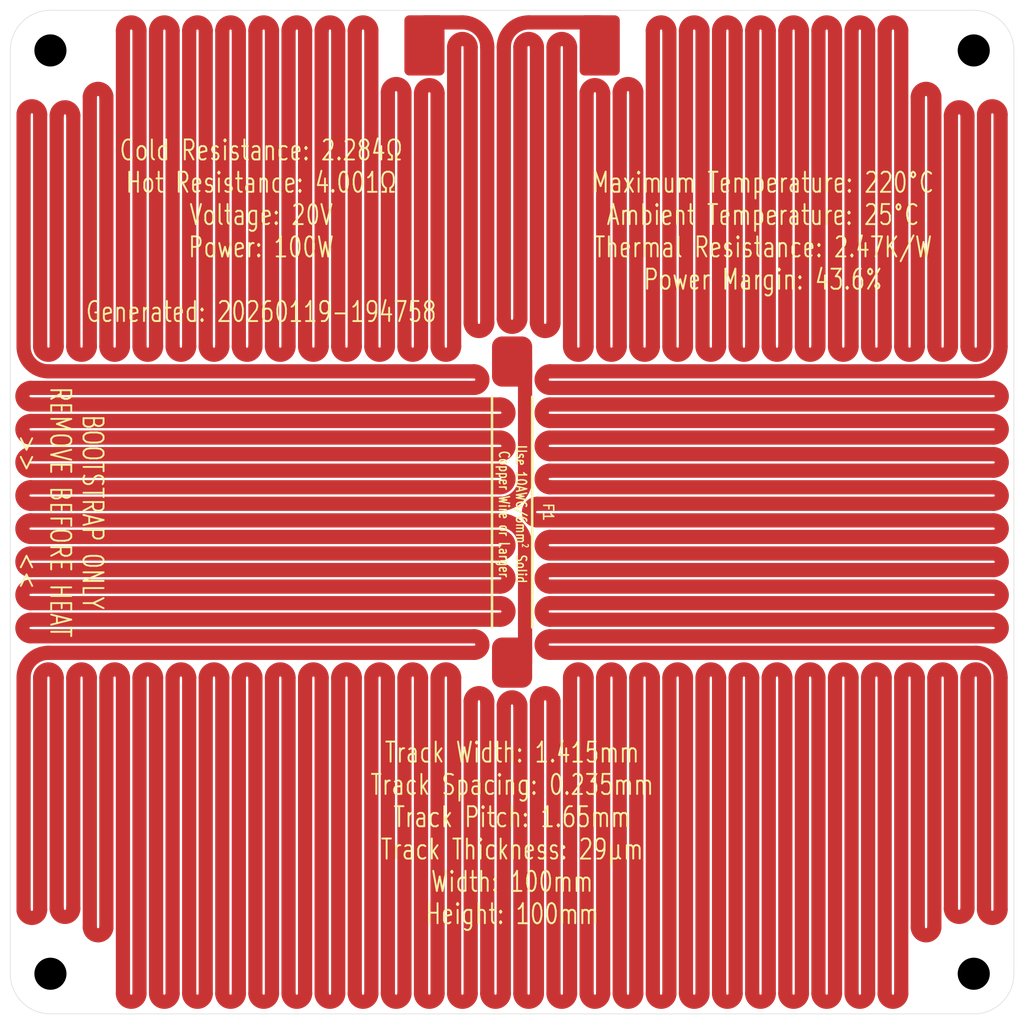
<source format=kicad_pcb>
(kicad_pcb (version 20241229) (generator "pcbnew") (generator_version "9.0")
  (layers (0 "F.Cu" signal) (2 "B.Cu" signal) (13 "F.Paste" user) (15 "B.Paste" user) (5 "F.SilkS" user "F.Silkscreen") (7 "B.SilkS" user "B.Silkscreen") (1 "F.Mask" user) (3 "B.Mask" user) (25 "Edge.Cuts" user))
  (net 0 "")
  (net 1 "Net-(J2-Pin_1)")
  (net 2 "Net-(J1-Pin_1)")
  (footprint "blg:MountingHole_3.2mm_M3_NoPad_TopLarge" (layer "F.Cu") (at 151 59)
    (property "Reference" "REF**" (hide yes))
    (property "Value" "MountingHole_3.2mm_M3_NoPad_TopLarge" (hide yes))
    (pad "" np_thru_hole circle (at 0 0) (size 7.6 7.6) (drill 3.2) (layers))
  )
  (footprint "blg:SMD_PowerConnection_4x6mm" (layer "F.Cu") (at 113.732499 58.5 -90)
    (property "Reference" "J2" (hide yes))
    (property "Value" "Hotplate_Power_Connection" (hide yes))
    (pad "1" smd roundrect (at 0 0 270) (size 6 4) (layers "F.Cu" "F.Mask" "F.Paste") (roundrect_rratio 0.125) (net 1 "Net-(J2-Pin_1)"))
  )
  (footprint "blg:MountingHole_3.2mm_M3_NoPad_TopLarge" (layer "F.Cu") (at 59 151)
    (property "Reference" "REF**" (hide yes))
    (property "Value" "MountingHole_3.2mm_M3_NoPad_TopLarge" (hide yes))
    (pad "" np_thru_hole circle (at 0 0) (size 7.6 7.6) (drill 3.2) (layers))
  )
  (footprint "blg:MountingHole_3.2mm_M3_NoPad_TopLarge" (layer "F.Cu") (at 151 151)
    (property "Reference" "REF**" (hide yes))
    (property "Value" "MountingHole_3.2mm_M3_NoPad_TopLarge" (hide yes))
    (pad "" np_thru_hole circle (at 0 0) (size 7.6 7.6) (drill 3.2) (layers))
  )
  (footprint "blg:SMD_PowerConnection_4x6mm" (layer "F.Cu") (at 96.2675 58.5 -90)
    (property "Reference" "J1" (hide yes))
    (property "Value" "Hotplate_Power_Connection" (hide yes))
    (pad "1" smd roundrect (at 0 0 270) (size 6 4) (layers "F.Cu" "F.Mask" "F.Paste") (roundrect_rratio 0.125) (net 2 "Net-(J1-Pin_1)"))
  )
  (footprint "blg:Thermal Fuse, SN100C, Front, 35mm" (layer "F.Cu") (at 105 105 -90)
    (property "Reference" "F1" (at 0 -3.6 270) (layer "F.SilkS"))
    (property "Value" "~")
    (fp_line (start -11.5 2) (end 11.5 2) (stroke (width 0.25)) (layer "F.SilkS"))
    (fp_line (start -11.5 -2) (end 11.5 -2) (stroke (width 0.25)) (layer "F.SilkS"))
    (fp_text user "Use 10AWG/6mm  Solid" (at 0.2 -0.9 270) (layer "F.SilkS") (effects (font (size 1 0.75))))
    (fp_text user "2" (at 3.35 -1.3 270) (layer "F.SilkS") (effects (font (size 0.6 0.4) (thickness 0.1))))
    (fp_text user "Copper Wire or Larger" (at 0.2 0.8 270) (layer "F.SilkS") (effects (font (size 1 0.75))))
    (pad "1" smd roundrect (at -15 0 270) (size 5 4) (layers "F.Cu" "F.Mask") (net 2 "Net-(J1-Pin_1)"))
    (pad "2" smd roundrect (at 15 0 270) (size 5 4) (layers "F.Cu" "F.Mask") (net 1 "Net-(J2-Pin_1)"))
  )
  (footprint "blg:MountingHole_3.2mm_M3_NoPad_TopLarge" (layer "F.Cu") (at 59 59)
    (property "Reference" "REF**" (hide yes))
    (property "Value" "MountingHole_3.2mm_M3_NoPad_TopLarge" (hide yes))
    (pad "" np_thru_hole circle (at 0 0) (size 7.6 7.6) (drill 3.2) (layers))
  )
  (gr_arc (start 55 59) (mid 56.171573 56.171573) (end 59 55) (stroke (width 0.05)) (layer "Edge.Cuts"))
  (gr_line (start 155 59) (end 155 151) (stroke (width 0.05)) (layer "Edge.Cuts"))
  (gr_arc (start 59 155) (mid 56.171573 153.828427) (end 55 151) (stroke (width 0.05)) (layer "Edge.Cuts"))
  (gr_line (start 59 155) (end 151 155) (stroke (width 0.05)) (layer "Edge.Cuts"))
  (gr_line (start 55 59) (end 55 151) (stroke (width 0.05)) (layer "Edge.Cuts"))
  (gr_arc (start 155 151) (mid 153.828427 153.828427) (end 151 155) (stroke (width 0.05)) (layer "Edge.Cuts"))
  (gr_arc (start 151 55) (mid 153.828427 56.171573) (end 155 59) (stroke (width 0.05)) (layer "Edge.Cuts"))
  (gr_line (start 59 55) (end 151 55) (stroke (width 0.05)) (layer "Edge.Cuts"))
  (gr_text "Track Width: 1.415mm\nTrack Spacing: 0.235mm\nTrack Pitch: 1.65mm\nTrack Thickness: 29µm\nWidth: 100mm\nHeight: 100mm" (at 105 137 0) (layer "F.SilkS") (effects (font (size 2 1.5) (thickness 0.1875))))
  (gr_text "BOOTSTRAP ONLY\nREMOVE BEFORE HEAT\n>>       <<" (at 55.6 105 270) (layer "F.SilkS") (effects (font (size 2 1.5) (thickness 0.1875)) (justify bottom)))
  (gr_text "Maximum Temperature: 220°C\nAmbient Temperature: 25°C\nThermal Resistance: 2.47K/W\nPower Margin: 43.6%" (at 130 77 0) (layer "F.SilkS") (effects (font (size 2 1.5) (thickness 0.1875))))
  (gr_text "Cold Resistance: 2.284Ω\nHot Resistance: 4.001Ω\nVoltage: 20V\nPower: 100W\n\nGenerated: 20260119-194758" (at 80 77 0) (layer "F.SilkS") (effects (font (size 2 1.5) (thickness 0.1875))))
  (segment (start 123.975 121.5) (end 123.975 152.9675) (width 1.415) (layer "F.Cu") (net 1))
  (segment (start 74.475 121.5) (end 74.475 152.9675) (width 1.415) (layer "F.Cu") (net 1))
  (segment (start 148.725 144.510007) (end 148.725 121.5) (width 1.415) (layer "F.Cu") (net 1))
  (segment (start 77.774999 121.5) (end 77.774999 152.9675) (width 1.415) (layer "F.Cu") (net 1))
  (segment (start 130.574999 121.5) (end 130.574999 152.9675) (width 1.415) (layer "F.Cu") (net 1))
  (segment (start 99.225 152.9675) (end 99.225 121.5) (width 1.415) (layer "F.Cu") (net 1))
  (segment (start 143.774999 121.5) (end 143.774999 152.9675) (width 1.415) (layer "F.Cu") (net 1))
  (segment (start 82.725 152.9675) (end 82.725 121.5) (width 1.415) (layer "F.Cu") (net 1))
  (segment (start 140.475 121.5) (end 140.475 152.9675) (width 1.415) (layer "F.Cu") (net 1))
  (segment (start 119.024999 152.9675) (end 119.024999 121.5) (width 1.415) (layer "F.Cu") (net 1))
  (segment (start 94.274999 121.5) (end 94.274999 152.9675) (width 1.415) (layer "F.Cu") (net 1))
  (segment (start 112.425 152.9675) (end 112.425 121.5) (width 1.415) (layer "F.Cu") (net 1))
  (segment (start 108.767499 115.725) (end 152.9675 115.725) (width 1.415) (layer "F.Cu") (net 1))
  (segment (start 57.0325 105.824999) (end 103.8175 105.824999) (width 1.415) (layer "F.Cu") (net 1))
  (segment (start 57.0325 109.125) (end 103.8175 109.125) (width 1.415) (layer "F.Cu") (net 1))
  (segment (start 122.324999 88.5) (end 122.324999 57.0325) (width 1.415) (layer "F.Cu") (net 1))
  (segment (start 110.774999 58.6825) (end 110.774999 88.5) (width 1.415) (layer "F.Cu") (net 1))
  (segment (start 140.475 57.0325) (end 140.475 88.5) (width 1.415) (layer "F.Cu") (net 1))
  (segment (start 127.275 57.0325) (end 127.275 88.5) (width 1.415) (layer "F.Cu") (net 1))
  (segment (start 135.525 88.5) (end 135.525 57.0325) (width 1.415) (layer "F.Cu") (net 1))
  (segment (start 103.8175 114.075) (end 57.0325 114.075) (width 1.415) (layer "F.Cu") (net 1))
  (segment (start 97.574999 121.5) (end 97.574999 152.9675) (width 1.415) (layer "F.Cu") (net 1))
  (segment (start 152.9675 104.174999) (end 107.507011 104.174999) (width 1.415) (layer "F.Cu") (net 1))
  (segment (start 102.524999 152.9675) (end 102.524999 123.866269) (width 1.415) (layer "F.Cu") (net 1))
  (segment (start 92.625 152.9675) (end 92.625 121.5) (width 1.415) (layer "F.Cu") (net 1))
  (segment (start 100.874999 123.866269) (end 100.874999 152.9675) (width 1.415) (layer "F.Cu") (net 1))
  (segment (start 132.225 152.9675) (end 132.225 121.5) (width 1.415) (layer "F.Cu") (net 1))
  (segment (start 108.767499 119.024999) (end 151.2 119.024999) (width 1.415) (layer "F.Cu") (net 1))
  (segment (start 110.774999 121.5) (end 110.774999 152.9675) (width 1.415) (layer "F.Cu") (net 1))
  (segment (start 109.125 152.9675) (end 109.125 123.866269) (width 1.415) (layer "F.Cu") (net 1))
  (segment (start 143.774999 57.0325) (end 143.774999 88.5) (width 1.415) (layer "F.Cu") (net 1))
  (segment (start 107.475 58.6825) (end 107.475 86.133731) (width 1.415) (layer "F.Cu") (net 1))
  (segment (start 152.9675 110.774999) (end 108.767499 110.774999) (width 1.415) (layer "F.Cu") (net 1))
  (segment (start 152.9675 94.274999) (end 108.767499 94.274999) (width 1.415) (layer "F.Cu") (net 1))
  (segment (start 150.374999 121.5) (end 150.374999 144.510007) (width 1.415) (layer "F.Cu") (net 1))
  (segment (start 147.075 63.65403) (end 147.075 88.5) (width 1.415) (layer "F.Cu") (net 1))
  (segment (start 117.375 121.5) (end 117.375 152.9675) (width 1.415) (layer "F.Cu") (net 1))
  (segment (start 56.325 144.612512) (end 56.325 121.5) (width 1.415) (layer "F.Cu") (net 1))
  (segment (start 115.725 88.5) (end 115.725 63.173551) (width 1.415) (layer "F.Cu") (net 1))
  (segment (start 145.425 146.345969) (end 145.425 121.5) (width 1.415) (layer "F.Cu") (net 1))
  (segment (start 79.425 152.9675) (end 79.425 121.5) (width 1.415) (layer "F.Cu") (net 1))
  (segment (start 108.767499 95.925) (end 152.9675 95.925) (width 1.415) (layer "F.Cu") (net 1))
  (segment (start 125.624999 152.9675) (end 125.624999 121.5) (width 1.415) (layer "F.Cu") (net 1))
  (segment (start 114.075 121.5) (end 114.075 152.9675) (width 1.415) (layer "F.Cu") (net 1))
  (segment (start 108.767499 99.225) (end 152.9675 99.225) (width 1.415) (layer "F.Cu") (net 1))
  (segment (start 57.0325 112.425) (end 103.8175 112.425) (width 1.415) (layer "F.Cu") (net 1))
  (segment (start 66.224999 152.9675) (end 66.224999 121.5) (width 1.415) (layer "F.Cu") (net 1))
  (segment (start 108.767499 112.425) (end 152.9675 112.425) (width 1.415) (layer "F.Cu") (net 1))
  (segment (start 64.574999 121.5) (end 64.574999 146.345969) (width 1.415) (layer "F.Cu") (net 1))
  (segment (start 86.024999 152.9675) (end 86.024999 121.5) (width 1.415) (layer "F.Cu") (net 1))
  (segment (start 152.9675 117.375) (end 108.767499 117.375) (width 1.415) (layer "F.Cu") (net 1))
  (segment (start 101.217499 117.375) (end 57.0325 117.375) (width 1.415) (layer "F.Cu") (net 1))
  (segment (start 95.925 152.9675) (end 95.925 121.5) (width 1.415) (layer "F.Cu") (net 1))
  (segment (start 148.725 88.5) (end 148.725 65.489992) (width 1.415) (layer "F.Cu") (net 1))
  (segment (start 57.975 121.5) (end 57.975 144.612512) (width 1.415) (layer "F.Cu") (net 1))
  (segment (start 135.525 152.9675) (end 135.525 121.5) (width 1.415) (layer "F.Cu") (net 1))
  (segment (start 123.975 57.0325) (end 123.975 88.5) (width 1.415) (layer "F.Cu") (net 1))
  (segment (start 147.075 121.5) (end 147.075 146.345969) (width 1.415) (layer "F.Cu") (net 1))
  (segment (start 152.9675 107.475) (end 108.767499 107.475) (width 1.415) (layer "F.Cu") (net 1))
  (segment (start 58.8 119.024999) (end 101.217499 119.024999) (width 1.415) (layer "F.Cu") (net 1))
  (segment (start 151.2 90.975) (end 108.767499 90.975) (width 1.415) (layer "F.Cu") (net 1))
  (segment (start 152.025 88.5) (end 152.025 65.387487) (width 1.415) (layer "F.Cu") (net 1))
  (segment (start 72.825 152.9675) (end 72.825 121.5) (width 1.415) (layer "F.Cu") (net 1))
  (segment (start 132.225 88.5) (end 132.225 57.0325) (width 1.415) (layer "F.Cu") (net 1))
  (segment (start 137.174999 57.0325) (end 137.174999 88.5) (width 1.415) (layer "F.Cu") (net 1))
  (segment (start 106.2925 120) (end 106.2925 108.3) (width 1.415) (layer "F.Cu") (net 1))
  (segment (start 153.675 121.5) (end 153.675 144.612512) (width 1.415) (layer "F.Cu") (net 1))
  (segment (start 104.174999 58.6825) (end 104.174999 85.7175) (width 1.415) (layer "F.Cu") (net 1))
  (segment (start 89.325 152.9675) (end 89.325 121.5) (width 1.415) (layer "F.Cu") (net 1))
  (segment (start 109.125 86.133731) (end 109.125 58.6825) (width 1.415) (layer "F.Cu") (net 1))
  (segment (start 105.824999 152.9675) (end 105.824999 124.282499) (width 1.415) (layer "F.Cu") (net 1))
  (segment (start 145.425 88.5) (end 145.425 63.65403) (width 1.415) (layer "F.Cu") (net 1))
  (segment (start 81.074999 121.5) (end 81.074999 152.9675) (width 1.415) (layer "F.Cu") (net 1))
  (segment (start 103.8175 107.475) (end 57.0325 107.475) (width 1.415) (layer "F.Cu") (net 1))
  (segment (start 76.125 152.9675) (end 76.125 121.5) (width 1.415) (layer "F.Cu") (net 1))
  (segment (start 133.875 57.0325) (end 133.875 88.5) (width 1.415) (layer "F.Cu") (net 1))
  (segment (start 138.825 88.5) (end 138.825 57.0325) (width 1.415) (layer "F.Cu") (net 1))
  (segment (start 142.125 88.5) (end 142.125 57.0325) (width 1.415) (layer "F.Cu") (net 1))
  (segment (start 152.9675 97.574999) (end 108.767499 97.574999) (width 1.415) (layer "F.Cu") (net 1))
  (segment (start 67.874999 121.5) (end 67.874999 152.9675) (width 1.415) (layer "F.Cu") (net 1))
  (segment (start 57.0325 115.725) (end 103.8175 115.725) (width 1.415) (layer "F.Cu") (net 1))
  (segment (start 113.732499 56.2075) (end 106.649999 56.2075) (width 1.415) (layer "F.Cu") (net 1))
  (segment (start 137.174999 121.5) (end 137.174999 152.9675) (width 1.415) (layer "F.Cu") (net 1))
  (segment (start 138.825 152.9675) (end 138.825 121.5) (width 1.415) (layer "F.Cu") (net 1))
  (segment (start 69.525 152.9675) (end 69.525 121.5) (width 1.415) (layer "F.Cu") (net 1))
  (segment (start 130.574999 57.0325) (end 130.574999 88.5) (width 1.415) (layer "F.Cu") (net 1))
  (segment (start 152.9675 114.075) (end 108.767499 114.075) (width 1.415) (layer "F.Cu") (net 1))
  (segment (start 142.125 152.9675) (end 142.125 121.5) (width 1.415) (layer "F.Cu") (net 1))
  (segment (start 103.8175 110.774999) (end 57.0325 110.774999) (width 1.415) (layer "F.Cu") (net 1))
  (segment (start 150.374999 65.489992) (end 150.374999 88.5) (width 1.415) (layer "F.Cu") (net 1))
  (segment (start 133.875 121.5) (end 133.875 152.9675) (width 1.415) (layer "F.Cu") (net 1))
  (segment (start 120.675 57.0325) (end 120.675 88.5) (width 1.415) (layer "F.Cu") (net 1))
  (segment (start 59.625 144.510007) (end 59.625 121.5) (width 1.415) (layer "F.Cu") (net 1))
  (segment (start 115.725 152.9675) (end 115.725 121.5) (width 1.415) (layer "F.Cu") (net 1))
  (segment (start 128.924999 152.9675) (end 128.924999 121.5) (width 1.415) (layer "F.Cu") (net 1))
  (segment (start 71.175 121.5) (end 71.175 152.9675) (width 1.415) (layer "F.Cu") (net 1))
  (segment (start 152.025 144.612512) (end 152.025 121.5) (width 1.415) (layer "F.Cu") (net 1))
  (segment (start 61.275 121.5) (end 61.275 144.510007) (width 1.415) (layer "F.Cu") (net 1))
  (segment (start 90.975 121.5) (end 90.975 152.9675) (width 1.415) (layer "F.Cu") (net 1))
  (segment (start 107.507011 105.824999) (end 152.9675 105.824999) (width 1.415) (layer "F.Cu") (net 1))
  (segment (start 153.675 65.387487) (end 153.675 88.5) (width 1.415) (layer "F.Cu") (net 1))
  (segment (start 152.9675 100.874999) (end 108.767499 100.874999) (width 1.415) (layer "F.Cu") (net 1))
  (segment (start 119.024999 88.5) (end 119.024999 57.0325) (width 1.415) (layer "F.Cu") (net 1))
  (segment (start 120.675 121.5) (end 120.675 152.9675) (width 1.415) (layer "F.Cu") (net 1))
  (segment (start 108.767499 92.625) (end 152.9675 92.625) (width 1.415) (layer "F.Cu") (net 1))
  (segment (start 128.924999 88.5) (end 128.924999 57.0325) (width 1.415) (layer "F.Cu") (net 1))
  (segment (start 108.767499 102.524999) (end 152.9675 102.524999) (width 1.415) (layer "F.Cu") (net 1))
  (segment (start 62.925 146.345969) (end 62.925 121.5) (width 1.415) (layer "F.Cu") (net 1))
  (segment (start 87.675 121.5) (end 87.675 152.9675) (width 1.415) (layer "F.Cu") (net 1))
  (segment (start 104.174999 124.282499) (end 104.174999 152.9675) (width 1.415) (layer "F.Cu") (net 1))
  (segment (start 84.374999 121.5) (end 84.374999 152.9675) (width 1.415) (layer "F.Cu") (net 1))
  (segment (start 107.475 123.866269) (end 107.475 152.9675) (width 1.415) (layer "F.Cu") (net 1))
  (segment (start 114.075 63.2825) (end 114.075 88.5) (width 1.415) (layer "F.Cu") (net 1))
  (segment (start 122.324999 152.9675) (end 122.324999 121.5) (width 1.415) (layer "F.Cu") (net 1))
  (segment (start 112.425 88.5) (end 112.425 63.2825) (width 1.415) (layer "F.Cu") (net 1))
  (segment (start 125.624999 88.5) (end 125.624999 57.0325) (width 1.415) (layer "F.Cu") (net 1))
  (segment (start 105.824999 85.7175) (end 105.824999 58.6825) (width 1.415) (layer "F.Cu") (net 1))
  (segment (start 117.375 63.173551) (end 117.375 88.5) (width 1.415) (layer "F.Cu") (net 1))
  (segment (start 108.767499 109.125) (end 152.9675 109.125) (width 1.415) (layer "F.Cu") (net 1))
  (segment (start 127.275 121.5) (end 127.275 152.9675) (width 1.415) (layer "F.Cu") (net 1))
  (arc (start 135.525 121.5) (mid 134.7 120.675) (end 133.875 121.5) (width 1.415) (layer "F.Cu") (net 1))
  (arc (start 76.125 121.5) (mid 75.3 120.675) (end 74.475 121.5) (width 1.415) (layer "F.Cu") (net 1))
  (arc (start 115.725 63.173551) (mid 116.55 62.348552) (end 117.375 63.173551) (width 1.415) (layer "F.Cu") (net 1))
  (arc (start 74.475 152.9675) (mid 73.649999 153.7925) (end 72.825 152.9675) (width 1.415) (layer "F.Cu") (net 1))
  (arc (start 69.525 121.5) (mid 68.7 120.675) (end 67.874999 121.5) (width 1.415) (layer "F.Cu") (net 1))
  (arc (start 56.325 121.5) (mid 57.04991 119.74991) (end 58.8 119.024999) (width 1.415) (layer "F.Cu") (net 1))
  (arc (start 143.774999 152.9675) (mid 142.95 153.7925) (end 142.125 152.9675) (width 1.415) (layer "F.Cu") (net 1))
  (arc (start 108.767499 100.874999) (mid 107.9425 101.7) (end 108.767499 102.524999) (width 1.415) (layer "F.Cu") (net 1))
  (arc (start 140.475 88.5) (mid 141.299999 89.325) (end 142.125 88.5) (width 1.415) (layer "F.Cu") (net 1))
  (arc (start 152.9675 112.425) (mid 153.7925 113.249999) (end 152.9675 114.075) (width 1.415) (layer "F.Cu") (net 1))
  (arc (start 95.925 121.5) (mid 95.1 120.675) (end 94.274999 121.5) (width 1.415) (layer "F.Cu") (net 1))
  (arc (start 119.024999 57.0325) (mid 119.85 56.2075) (end 120.675 57.0325) (width 1.415) (layer "F.Cu") (net 1))
  (arc (start 119.024999 121.5) (mid 118.2 120.675) (end 117.375 121.5) (width 1.415) (layer "F.Cu") (net 1))
  (arc (start 122.324999 121.5) (mid 121.5 120.675) (end 120.675 121.5) (width 1.415) (layer "F.Cu") (net 1))
  (arc (start 102.524999 123.866269) (mid 101.7 123.041269) (end 100.874999 123.866269) (width 1.415) (layer "F.Cu") (net 1))
  (arc (start 142.125 57.0325) (mid 142.95 56.2075) (end 143.774999 57.0325) (width 1.415) (layer "F.Cu") (net 1))
  (arc (start 153.675 144.612512) (mid 152.85 145.437512) (end 152.025 144.612512) (width 1.415) (layer "F.Cu") (net 1))
  (arc (start 108.767499 107.475) (mid 107.9425 108.3) (end 108.767499 109.125) (width 1.415) (layer "F.Cu") (net 1))
  (arc (start 117.375 152.9675) (mid 116.55 153.7925) (end 115.725 152.9675) (width 1.415) (layer "F.Cu") (net 1))
  (arc (start 57.0325 114.075) (mid 56.2075 113.249999) (end 57.0325 112.425) (width 1.415) (layer "F.Cu") (net 1))
  (arc (start 152.9675 95.925) (mid 153.7925 96.749999) (end 152.9675 97.574999) (width 1.415) (layer "F.Cu") (net 1))
  (arc (start 152.025 121.5) (mid 151.2 120.675) (end 150.374999 121.5) (width 1.415) (layer "F.Cu") (net 1))
  (arc (start 142.125 121.5) (mid 141.299999 120.675) (end 140.475 121.5) (width 1.415) (layer "F.Cu") (net 1))
  (arc (start 125.624999 57.0325) (mid 126.45 56.2075) (end 127.275 57.0325) (width 1.415) (layer "F.Cu") (net 1))
  (arc (start 89.325 121.5) (mid 88.5 120.675) (end 87.675 121.5) (width 1.415) (layer "F.Cu") (net 1))
  (arc (start 103.8175 105.824999) (mid 105.567589 106.54991) (end 106.2925 108.3) (width 1.415) (layer "F.Cu") (net 1))
  (arc (start 123.975 152.9675) (mid 123.149999 153.7925) (end 122.324999 152.9675) (width 1.415) (layer "F.Cu") (net 1))
  (arc (start 152.9675 105.824999) (mid 153.7925 106.649999) (end 152.9675 107.475) (width 1.415) (layer "F.Cu") (net 1))
  (arc (start 100.874999 152.9675) (mid 100.05 153.7925) (end 99.225 152.9675) (width 1.415) (layer "F.Cu") (net 1))
  (arc (start 130.574999 88.5) (mid 131.399999 89.325) (end 132.225 88.5) (width 1.415) (layer "F.Cu") (net 1))
  (arc (start 148.725 121.5) (mid 147.9 120.675) (end 147.075 121.5) (width 1.415) (layer "F.Cu") (net 1))
  (arc (start 105.824999 58.6825) (mid 106.649999 57.8575) (end 107.475 58.6825) (width 1.415) (layer "F.Cu") (net 1))
  (arc (start 117.375 88.5) (mid 118.2 89.325) (end 119.024999 88.5) (width 1.415) (layer "F.Cu") (net 1))
  (arc (start 152.9675 115.725) (mid 153.7925 116.55) (end 152.9675 117.375) (width 1.415) (layer "F.Cu") (net 1))
  (arc (start 108.767499 94.274999) (mid 107.9425 95.1) (end 108.767499 95.925) (width 1.415) (layer "F.Cu") (net 1))
  (arc (start 152.9675 92.625) (mid 153.7925 93.449999) (end 152.9675 94.274999) (width 1.415) (layer "F.Cu") (net 1))
  (arc (start 81.074999 152.9675) (mid 80.25 153.7925) (end 79.425 152.9675) (width 1.415) (layer "F.Cu") (net 1))
  (arc (start 94.274999 152.9675) (mid 93.449999 153.7925) (end 92.625 152.9675) (width 1.415) (layer "F.Cu") (net 1))
  (arc (start 114.075 88.5) (mid 114.899999 89.325) (end 115.725 88.5) (width 1.415) (layer "F.Cu") (net 1))
  (arc (start 145.425 121.5) (mid 144.6 120.675) (end 143.774999 121.5) (width 1.415) (layer "F.Cu") (net 1))
  (arc (start 57.0325 110.774999) (mid 56.2075 109.949999) (end 57.0325 109.125) (width 1.415) (layer "F.Cu") (net 1))
  (arc (start 108.767499 97.574999) (mid 107.9425 98.4) (end 108.767499 99.225) (width 1.415) (layer "F.Cu") (net 1))
  (arc (start 99.225 121.5) (mid 98.4 120.675) (end 97.574999 121.5) (width 1.415) (layer "F.Cu") (net 1))
  (arc (start 132.225 57.0325) (mid 133.05 56.2075) (end 133.875 57.0325) (width 1.415) (layer "F.Cu") (net 1))
  (arc (start 71.175 152.9675) (mid 70.35 153.7925) (end 69.525 152.9675) (width 1.415) (layer "F.Cu") (net 1))
  (arc (start 90.975 152.9675) (mid 90.149999 153.7925) (end 89.325 152.9675) (width 1.415) (layer "F.Cu") (net 1))
  (arc (start 112.425 63.2825) (mid 113.249999 62.457499) (end 114.075 63.2825) (width 1.415) (layer "F.Cu") (net 1))
  (arc (start 57.975 144.612512) (mid 57.15 145.437512) (end 56.325 144.612512) (width 1.415) (layer "F.Cu") (net 1))
  (arc (start 82.725 121.5) (mid 81.9 120.675) (end 81.074999 121.5) (width 1.415) (layer "F.Cu") (net 1))
  (arc (start 143.774999 88.5) (mid 144.6 89.325) (end 145.425 88.5) (width 1.415) (layer "F.Cu") (net 1))
  (arc (start 152.025 65.387487) (mid 152.85 64.562487) (end 153.675 65.387487) (width 1.415) (layer "F.Cu") (net 1))
  (arc (start 127.275 88.5) (mid 128.1 89.325) (end 128.924999 88.5) (width 1.415) (layer "F.Cu") (net 1))
  (arc (start 120.675 88.5) (mid 121.5 89.325) (end 122.324999 88.5) (width 1.415) (layer "F.Cu") (net 1))
  (arc (start 122.324999 57.0325) (mid 123.149999 56.2075) (end 123.975 57.0325) (width 1.415) (layer "F.Cu") (net 1))
  (arc (start 128.924999 57.0325) (mid 129.75 56.2075) (end 130.574999 57.0325) (width 1.415) (layer "F.Cu") (net 1))
  (arc (start 108.767499 114.075) (mid 107.9425 114.899999) (end 108.767499 115.725) (width 1.415) (layer "F.Cu") (net 1))
  (arc (start 152.9675 102.524999) (mid 153.7925 103.35) (end 152.9675 104.174999) (width 1.415) (layer "F.Cu") (net 1))
  (arc (start 72.825 121.5) (mid 72 120.675) (end 71.175 121.5) (width 1.415) (layer "F.Cu") (net 1))
  (arc (start 132.225 121.5) (mid 131.399999 120.675) (end 130.574999 121.5) (width 1.415) (layer "F.Cu") (net 1))
  (arc (start 59.625 121.5) (mid 58.8 120.675) (end 57.975 121.5) (width 1.415) (layer "F.Cu") (net 1))
  (arc (start 145.425 63.65403) (mid 146.25 62.82903) (end 147.075 63.65403) (width 1.415) (layer "F.Cu") (net 1))
  (arc (start 108.767499 90.975) (mid 107.9425 91.8) (end 108.767499 92.625) (width 1.415) (layer "F.Cu") (net 1))
  (arc (start 112.425 121.5) (mid 111.6 120.675) (end 110.774999 121.5) (width 1.415) (layer "F.Cu") (net 1))
  (arc (start 152.9675 99.225) (mid 153.7925 100.05) (end 152.9675 100.874999) (width 1.415) (layer "F.Cu") (net 1))
  (arc (start 77.774999 152.9675) (mid 76.949999 153.7925) (end 76.125 152.9675) (width 1.415) (layer "F.Cu") (net 1))
  (arc (start 92.625 121.5) (mid 91.8 120.675) (end 90.975 121.5) (width 1.415) (layer "F.Cu") (net 1))
  (arc (start 107.475 86.133731) (mid 108.3 86.958731) (end 109.125 86.133731) (width 1.415) (layer "F.Cu") (net 1))
  (arc (start 101.217499 119.024999) (mid 102.042499 118.2) (end 101.217499 117.375) (width 1.415) (layer "F.Cu") (net 1))
  (arc (start 138.825 57.0325) (mid 139.65 56.2075) (end 140.475 57.0325) (width 1.415) (layer "F.Cu") (net 1))
  (arc (start 86.024999 121.5) (mid 85.2 120.675) (end 84.374999 121.5) (width 1.415) (layer "F.Cu") (net 1))
  (arc (start 107.507011 104.174999) (mid 106.682011 105) (end 107.507011 105.824999) (width 1.415) (layer "F.Cu") (net 1))
  (arc (start 130.574999 152.9675) (mid 129.75 153.7925) (end 128.924999 152.9675) (width 1.415) (layer "F.Cu") (net 1))
  (arc (start 57.0325 117.375) (mid 56.2075 116.55) (end 57.0325 115.725) (width 1.415) (layer "F.Cu") (net 1))
  (arc (start 79.425 121.5) (mid 78.6 120.675) (end 77.774999 121.5) (width 1.415) (layer "F.Cu") (net 1))
  (arc (start 67.874999 152.9675) (mid 67.05 153.7925) (end 66.224999 152.9675) (width 1.415) (layer "F.Cu") (net 1))
  (arc (start 109.125 58.6825) (mid 109.949999 57.8575) (end 110.774999 58.6825) (width 1.415) (layer "F.Cu") (net 1))
  (arc (start 151.2 119.024999) (mid 152.950089 119.74991) (end 153.675 121.5) (width 1.415) (layer "F.Cu") (net 1))
  (arc (start 123.975 88.5) (mid 124.8 89.325) (end 125.624999 88.5) (width 1.415) (layer "F.Cu") (net 1))
  (arc (start 57.0325 107.475) (mid 56.2075 106.649999) (end 57.0325 105.824999) (width 1.415) (layer "F.Cu") (net 1))
  (arc (start 148.725 65.489992) (mid 149.549999 64.664992) (end 150.374999 65.489992) (width 1.415) (layer "F.Cu") (net 1))
  (arc (start 114.075 152.9675) (mid 113.249999 153.7925) (end 112.425 152.9675) (width 1.415) (layer "F.Cu") (net 1))
  (arc (start 105.824999 124.282499) (mid 105 123.457499) (end 104.174999 124.282499) (width 1.415) (layer "F.Cu") (net 1))
  (arc (start 138.825 121.5) (mid 137.999999 120.675) (end 137.174999 121.5) (width 1.415) (layer "F.Cu") (net 1))
  (arc (start 87.675 152.9675) (mid 86.85 153.7925) (end 86.024999 152.9675) (width 1.415) (layer "F.Cu") (net 1))
  (arc (start 84.374999 152.9675) (mid 83.55 153.7925) (end 82.725 152.9675) (width 1.415) (layer "F.Cu") (net 1))
  (arc (start 104.174999 152.9675) (mid 103.35 153.7925) (end 102.524999 152.9675) (width 1.415) (layer "F.Cu") (net 1))
  (arc (start 64.574999 146.345969) (mid 63.75 147.170969) (end 62.925 146.345969) (width 1.415) (layer "F.Cu") (net 1))
  (arc (start 133.875 152.9675) (mid 133.05 153.7925) (end 132.225 152.9675) (width 1.415) (layer "F.Cu") (net 1))
  (arc (start 135.525 57.0325) (mid 136.35 56.2075) (end 137.174999 57.0325) (width 1.415) (layer "F.Cu") (net 1))
  (arc (start 103.8175 109.125) (mid 104.6425 108.3) (end 103.8175 107.475) (width 1.415) (layer "F.Cu") (net 1))
  (arc (start 140.475 152.9675) (mid 139.65 153.7925) (end 138.825 152.9675) (width 1.415) (layer "F.Cu") (net 1))
  (arc (start 147.075 88.5) (mid 147.9 89.325) (end 148.725 88.5) (width 1.415) (layer "F.Cu") (net 1))
  (arc (start 110.774999 152.9675) (mid 109.949999 153.7925) (end 109.125 152.9675) (width 1.415) (layer "F.Cu") (net 1))
  (arc (start 97.574999 152.9675) (mid 96.749999 153.7925) (end 95.925 152.9675) (width 1.415) (layer "F.Cu") (net 1))
  (arc (start 152.9675 109.125) (mid 153.7925 109.949999) (end 152.9675 110.774999) (width 1.415) (layer "F.Cu") (net 1))
  (arc (start 103.8175 112.425) (mid 104.6425 111.6) (end 103.8175 110.774999) (width 1.415) (layer "F.Cu") (net 1))
  (arc (start 109.125 123.866269) (mid 108.3 123.041269) (end 107.475 123.866269) (width 1.415) (layer "F.Cu") (net 1))
  (arc (start 104.174999 58.6825) (mid 104.89991 56.93241) (end 106.649999 56.2075) (width 1.415) (layer "F.Cu") (net 1))
  (arc (start 62.925 121.5) (mid 62.099999 120.675) (end 61.275 121.5) (width 1.415) (layer "F.Cu") (net 1))
  (arc (start 104.174999 85.7175) (mid 105 86.5425) (end 105.824999 85.7175) (width 1.415) (layer "F.Cu") (net 1))
  (arc (start 153.675 88.5) (mid 152.950089 90.250089) (end 151.2 90.975) (width 1.415) (layer "F.Cu") (net 1))
  (arc (start 147.075 146.345969) (mid 146.25 147.170969) (end 145.425 146.345969) (width 1.415) (layer "F.Cu") (net 1))
  (arc (start 120.675 152.9675) (mid 119.85 153.7925) (end 119.024999 152.9675) (width 1.415) (layer "F.Cu") (net 1))
  (arc (start 107.475 152.9675) (mid 106.649999 153.7925) (end 105.824999 152.9675) (width 1.415) (layer "F.Cu") (net 1))
  (arc (start 137.174999 88.5) (mid 137.999999 89.325) (end 138.825 88.5) (width 1.415) (layer "F.Cu") (net 1))
  (arc (start 133.875 88.5) (mid 134.7 89.325) (end 135.525 88.5) (width 1.415) (layer "F.Cu") (net 1))
  (arc (start 108.767499 117.375) (mid 107.9425 118.2) (end 108.767499 119.024999) (width 1.415) (layer "F.Cu") (net 1))
  (arc (start 103.8175 115.725) (mid 104.6425 114.899999) (end 103.8175 114.075) (width 1.415) (layer "F.Cu") (net 1))
  (arc (start 127.275 152.9675) (mid 126.45 153.7925) (end 125.624999 152.9675) (width 1.415) (layer "F.Cu") (net 1))
  (arc (start 66.224999 121.5) (mid 65.4 120.675) (end 64.574999 121.5) (width 1.415) (layer "F.Cu") (net 1))
  (arc (start 150.374999 144.510007) (mid 149.549999 145.335007) (end 148.725 144.510007) (width 1.415) (layer "F.Cu") (net 1))
  (arc (start 115.725 121.5) (mid 114.899999 120.675) (end 114.075 121.5) (width 1.415) (layer "F.Cu") (net 1))
  (arc (start 125.624999 121.5) (mid 124.8 120.675) (end 123.975 121.5) (width 1.415) (layer "F.Cu") (net 1))
  (arc (start 137.174999 152.9675) (mid 136.35 153.7925) (end 135.525 152.9675) (width 1.415) (layer "F.Cu") (net 1))
  (arc (start 110.774999 88.5) (mid 111.6 89.325) (end 112.425 88.5) (width 1.415) (layer "F.Cu") (net 1))
  (arc (start 108.767499 110.774999) (mid 107.9425 111.6) (end 108.767499 112.425) (width 1.415) (layer "F.Cu") (net 1))
  (arc (start 150.374999 88.5) (mid 151.2 89.325) (end 152.025 88.5) (width 1.415) (layer "F.Cu") (net 1))
  (arc (start 128.924999 121.5) (mid 128.1 120.675) (end 127.275 121.5) (width 1.415) (layer "F.Cu") (net 1))
  (arc (start 61.275 144.510007) (mid 60.449999 145.335007) (end 59.625 144.510007) (width 1.415) (layer "F.Cu") (net 1))
  (segment (start 96.2675 56.2075) (end 100.05 56.2075) (width 1.415) (layer "F.Cu") (net 2))
  (segment (start 69.525 57.0325) (end 69.525 88.5) (width 1.415) (layer "F.Cu") (net 2))
  (segment (start 92.625 63.173551) (end 92.625 88.5) (width 1.415) (layer "F.Cu") (net 2))
  (segment (start 57.0325 94.274999) (end 103.8175 94.274999) (width 1.415) (layer "F.Cu") (net 2))
  (segment (start 103.8175 102.524999) (end 57.0325 102.524999) (width 1.415) (layer "F.Cu") (net 2))
  (segment (start 72.825 57.0325) (end 72.825 88.5) (width 1.415) (layer "F.Cu") (net 2))
  (segment (start 56.325 65.387487) (end 56.325 88.5) (width 1.415) (layer "F.Cu") (net 2))
  (segment (start 57.0325 104.174999) (end 103.8175 104.174999) (width 1.415) (layer "F.Cu") (net 2))
  (segment (start 99.225 58.6825) (end 99.225 88.5) (width 1.415) (layer "F.Cu") (net 2))
  (segment (start 97.574999 88.5) (end 97.574999 63.2825) (width 1.415) (layer "F.Cu") (net 2))
  (segment (start 59.625 65.489992) (end 59.625 88.5) (width 1.415) (layer "F.Cu") (net 2))
  (segment (start 71.175 88.5) (end 71.175 57.0325) (width 1.415) (layer "F.Cu") (net 2))
  (segment (start 102.524999 58.6825) (end 102.524999 86.133731) (width 1.415) (layer "F.Cu") (net 2))
  (segment (start 100.874999 86.133731) (end 100.874999 58.6825) (width 1.415) (layer "F.Cu") (net 2))
  (segment (start 86.024999 57.0325) (end 86.024999 88.5) (width 1.415) (layer "F.Cu") (net 2))
  (segment (start 103.8175 99.225) (end 57.0325 99.225) (width 1.415) (layer "F.Cu") (net 2))
  (segment (start 84.374999 88.5) (end 84.374999 57.0325) (width 1.415) (layer "F.Cu") (net 2))
  (segment (start 61.275 88.5) (end 61.275 65.489992) (width 1.415) (layer "F.Cu") (net 2))
  (segment (start 57.0325 100.874999) (end 103.8175 100.874999) (width 1.415) (layer "F.Cu") (net 2))
  (segment (start 77.774999 88.5) (end 77.774999 57.0325) (width 1.415) (layer "F.Cu") (net 2))
  (segment (start 81.074999 88.5) (end 81.074999 57.0325) (width 1.415) (layer "F.Cu") (net 2))
  (segment (start 95.925 63.2825) (end 95.925 88.5) (width 1.415) (layer "F.Cu") (net 2))
  (segment (start 101.217499 92.625) (end 57.0325 92.625) (width 1.415) (layer "F.Cu") (net 2))
  (segment (start 74.475 88.5) (end 74.475 57.0325) (width 1.415) (layer "F.Cu") (net 2))
  (segment (start 103.8175 95.925) (end 57.0325 95.925) (width 1.415) (layer "F.Cu") (net 2))
  (segment (start 57.975 88.5) (end 57.975 65.387487) (width 1.415) (layer "F.Cu") (net 2))
  (segment (start 64.574999 88.5) (end 64.574999 63.65403) (width 1.415) (layer "F.Cu") (net 2))
  (segment (start 90.975 88.5) (end 90.975 57.0325) (width 1.415) (layer "F.Cu") (net 2))
  (segment (start 87.675 88.5) (end 87.675 57.0325) (width 1.415) (layer "F.Cu") (net 2))
  (segment (start 58.8 90.975) (end 101.217499 90.975) (width 1.415) (layer "F.Cu") (net 2))
  (segment (start 67.874999 88.5) (end 67.874999 57.0325) (width 1.415) (layer "F.Cu") (net 2))
  (segment (start 94.274999 88.5) (end 94.274999 63.173551) (width 1.415) (layer "F.Cu") (net 2))
  (segment (start 106.2925 90) (end 106.2925 101.699999) (width 1.415) (layer "F.Cu") (net 2))
  (segment (start 82.725 57.0325) (end 82.725 88.5) (width 1.415) (layer "F.Cu") (net 2))
  (segment (start 62.925 63.65403) (end 62.925 88.5) (width 1.415) (layer "F.Cu") (net 2))
  (segment (start 79.425 57.0325) (end 79.425 88.5) (width 1.415) (layer "F.Cu") (net 2))
  (segment (start 76.125 57.0325) (end 76.125 88.5) (width 1.415) (layer "F.Cu") (net 2))
  (segment (start 66.224999 57.0325) (end 66.224999 88.5) (width 1.415) (layer "F.Cu") (net 2))
  (segment (start 57.0325 97.574999) (end 103.8175 97.574999) (width 1.415) (layer "F.Cu") (net 2))
  (segment (start 89.325 57.0325) (end 89.325 88.5) (width 1.415) (layer "F.Cu") (net 2))
  (arc (start 67.874999 57.0325) (mid 67.05 56.2075) (end 66.224999 57.0325) (width 1.415) (layer "F.Cu") (net 2))
  (arc (start 100.05 56.2075) (mid 101.800089 56.93241) (end 102.524999 58.6825) (width 1.415) (layer "F.Cu") (net 2))
  (arc (start 81.074999 57.0325) (mid 80.25 56.2075) (end 79.425 57.0325) (width 1.415) (layer "F.Cu") (net 2))
  (arc (start 89.325 88.5) (mid 88.5 89.325) (end 87.675 88.5) (width 1.415) (layer "F.Cu") (net 2))
  (arc (start 57.0325 92.625) (mid 56.2075 93.449999) (end 57.0325 94.274999) (width 1.415) (layer "F.Cu") (net 2))
  (arc (start 69.525 88.5) (mid 68.7 89.325) (end 67.874999 88.5) (width 1.415) (layer "F.Cu") (net 2))
  (arc (start 72.825 88.5) (mid 72 89.325) (end 71.175 88.5) (width 1.415) (layer "F.Cu") (net 2))
  (arc (start 106.2925 101.699999) (mid 105.567589 103.450089) (end 103.8175 104.174999) (width 1.415) (layer "F.Cu") (net 2))
  (arc (start 100.874999 58.6825) (mid 100.05 57.8575) (end 99.225 58.6825) (width 1.415) (layer "F.Cu") (net 2))
  (arc (start 62.925 88.5) (mid 62.099999 89.325) (end 61.275 88.5) (width 1.415) (layer "F.Cu") (net 2))
  (arc (start 76.125 88.5) (mid 75.3 89.325) (end 74.475 88.5) (width 1.415) (layer "F.Cu") (net 2))
  (arc (start 74.475 57.0325) (mid 73.649999 56.2075) (end 72.825 57.0325) (width 1.415) (layer "F.Cu") (net 2))
  (arc (start 59.625 88.5) (mid 58.8 89.325) (end 57.975 88.5) (width 1.415) (layer "F.Cu") (net 2))
  (arc (start 71.175 57.0325) (mid 70.35 56.2075) (end 69.525 57.0325) (width 1.415) (layer "F.Cu") (net 2))
  (arc (start 101.217499 90.975) (mid 102.042499 91.8) (end 101.217499 92.625) (width 1.415) (layer "F.Cu") (net 2))
  (arc (start 57.0325 99.225) (mid 56.2075 100.05) (end 57.0325 100.874999) (width 1.415) (layer "F.Cu") (net 2))
  (arc (start 57.0325 102.524999) (mid 56.2075 103.35) (end 57.0325 104.174999) (width 1.415) (layer "F.Cu") (net 2))
  (arc (start 57.0325 95.925) (mid 56.2075 96.749999) (end 57.0325 97.574999) (width 1.415) (layer "F.Cu") (net 2))
  (arc (start 66.224999 88.5) (mid 65.4 89.325) (end 64.574999 88.5) (width 1.415) (layer "F.Cu") (net 2))
  (arc (start 87.675 57.0325) (mid 86.85 56.2075) (end 86.024999 57.0325) (width 1.415) (layer "F.Cu") (net 2))
  (arc (start 57.975 65.387487) (mid 57.15 64.562487) (end 56.325 65.387487) (width 1.415) (layer "F.Cu") (net 2))
  (arc (start 84.374999 57.0325) (mid 83.55 56.2075) (end 82.725 57.0325) (width 1.415) (layer "F.Cu") (net 2))
  (arc (start 92.625 88.5) (mid 91.8 89.325) (end 90.975 88.5) (width 1.415) (layer "F.Cu") (net 2))
  (arc (start 79.425 88.5) (mid 78.6 89.325) (end 77.774999 88.5) (width 1.415) (layer "F.Cu") (net 2))
  (arc (start 58.8 90.975) (mid 57.04991 90.250089) (end 56.325 88.5) (width 1.415) (layer "F.Cu") (net 2))
  (arc (start 103.8175 94.274999) (mid 104.6425 95.1) (end 103.8175 95.925) (width 1.415) (layer "F.Cu") (net 2))
  (arc (start 103.8175 97.574999) (mid 104.6425 98.4) (end 103.8175 99.225) (width 1.415) (layer "F.Cu") (net 2))
  (arc (start 95.925 88.5) (mid 95.1 89.325) (end 94.274999 88.5) (width 1.415) (layer "F.Cu") (net 2))
  (arc (start 90.975 57.0325) (mid 90.149999 56.2075) (end 89.325 57.0325) (width 1.415) (layer "F.Cu") (net 2))
  (arc (start 102.524999 86.133731) (mid 101.7 86.958731) (end 100.874999 86.133731) (width 1.415) (layer "F.Cu") (net 2))
  (arc (start 86.024999 88.5) (mid 85.2 89.325) (end 84.374999 88.5) (width 1.415) (layer "F.Cu") (net 2))
  (arc (start 61.275 65.489992) (mid 60.449999 64.664992) (end 59.625 65.489992) (width 1.415) (layer "F.Cu") (net 2))
  (arc (start 77.774999 57.0325) (mid 76.949999 56.2075) (end 76.125 57.0325) (width 1.415) (layer "F.Cu") (net 2))
  (arc (start 94.274999 63.173551) (mid 93.449999 62.348552) (end 92.625 63.173551) (width 1.415) (layer "F.Cu") (net 2))
  (arc (start 99.225 88.5) (mid 98.4 89.325) (end 97.574999 88.5) (width 1.415) (layer "F.Cu") (net 2))
  (arc (start 64.574999 63.65403) (mid 63.75 62.82903) (end 62.925 63.65403) (width 1.415) (layer "F.Cu") (net 2))
  (arc (start 82.725 88.5) (mid 81.9 89.325) (end 81.074999 88.5) (width 1.415) (layer "F.Cu") (net 2))
  (arc (start 97.574999 63.2825) (mid 96.749999 62.457499) (end 95.925 63.2825) (width 1.415) (layer "F.Cu") (net 2))
  (arc (start 103.8175 100.874999) (mid 104.6425 101.7) (end 103.8175 102.524999) (width 1.415) (layer "F.Cu") (net 2))
)
</source>
